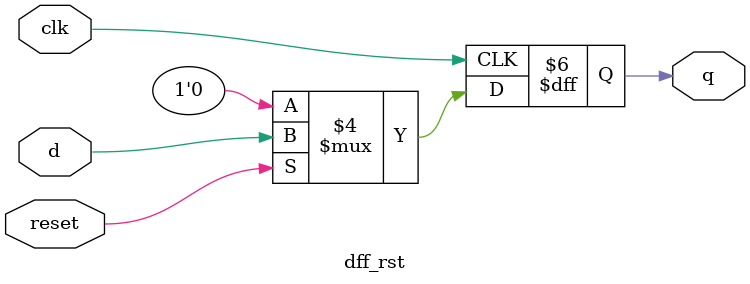
<source format=v>
module dff_rst(input d,clk,reset,output reg q);
  always@(posedge clk)
    
      begin
    if(!reset)
        q<=0;
      else
        q<=d;
      end
    endmodule

</source>
